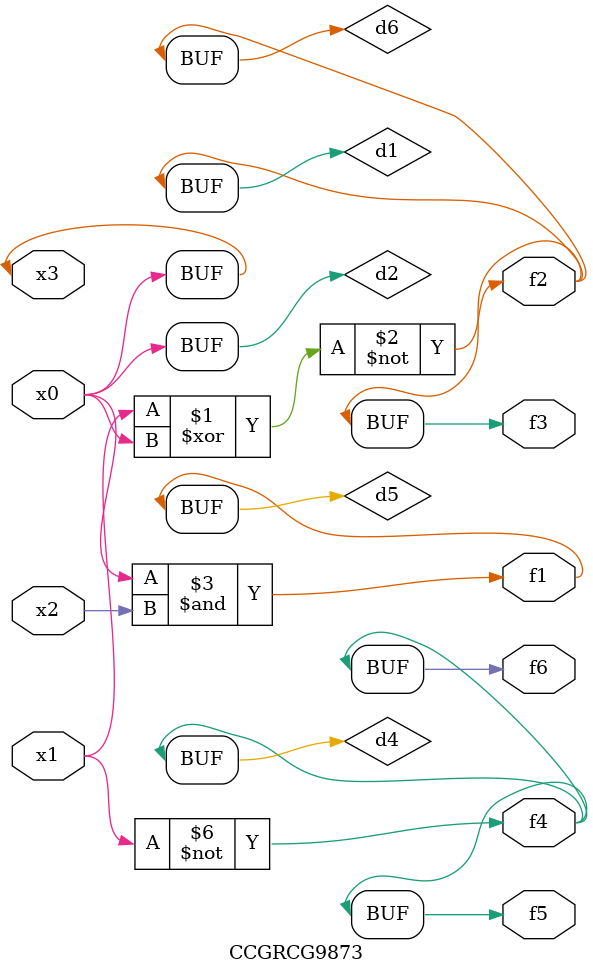
<source format=v>
module CCGRCG9873(
	input x0, x1, x2, x3,
	output f1, f2, f3, f4, f5, f6
);

	wire d1, d2, d3, d4, d5, d6;

	xnor (d1, x1, x3);
	buf (d2, x0, x3);
	nand (d3, x0, x2);
	not (d4, x1);
	nand (d5, d3);
	or (d6, d1);
	assign f1 = d5;
	assign f2 = d6;
	assign f3 = d6;
	assign f4 = d4;
	assign f5 = d4;
	assign f6 = d4;
endmodule

</source>
